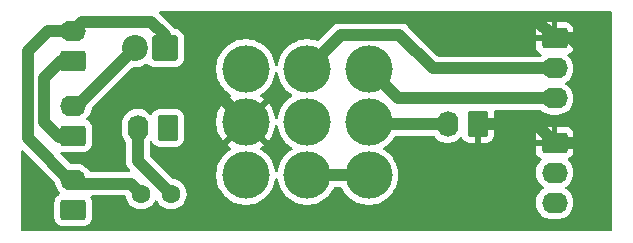
<source format=gbr>
%TF.GenerationSoftware,KiCad,Pcbnew,9.0.0*%
%TF.CreationDate,2025-08-04T16:21:27+01:00*%
%TF.ProjectId,FootSw,466f6f74-5377-42e6-9b69-6361645f7063,V1.3*%
%TF.SameCoordinates,Original*%
%TF.FileFunction,Copper,L2,Bot*%
%TF.FilePolarity,Positive*%
%FSLAX46Y46*%
G04 Gerber Fmt 4.6, Leading zero omitted, Abs format (unit mm)*
G04 Created by KiCad (PCBNEW 9.0.0) date 2025-08-04 16:21:27*
%MOMM*%
%LPD*%
G01*
G04 APERTURE LIST*
G04 Aperture macros list*
%AMRoundRect*
0 Rectangle with rounded corners*
0 $1 Rounding radius*
0 $2 $3 $4 $5 $6 $7 $8 $9 X,Y pos of 4 corners*
0 Add a 4 corners polygon primitive as box body*
4,1,4,$2,$3,$4,$5,$6,$7,$8,$9,$2,$3,0*
0 Add four circle primitives for the rounded corners*
1,1,$1+$1,$2,$3*
1,1,$1+$1,$4,$5*
1,1,$1+$1,$6,$7*
1,1,$1+$1,$8,$9*
0 Add four rect primitives between the rounded corners*
20,1,$1+$1,$2,$3,$4,$5,0*
20,1,$1+$1,$4,$5,$6,$7,0*
20,1,$1+$1,$6,$7,$8,$9,0*
20,1,$1+$1,$8,$9,$2,$3,0*%
G04 Aperture macros list end*
%TA.AperFunction,ComponentPad*%
%ADD10RoundRect,0.250000X0.620000X0.845000X-0.620000X0.845000X-0.620000X-0.845000X0.620000X-0.845000X0*%
%TD*%
%TA.AperFunction,ComponentPad*%
%ADD11O,1.740000X2.190000*%
%TD*%
%TA.AperFunction,ComponentPad*%
%ADD12RoundRect,0.250000X0.845000X-0.620000X0.845000X0.620000X-0.845000X0.620000X-0.845000X-0.620000X0*%
%TD*%
%TA.AperFunction,ComponentPad*%
%ADD13O,2.190000X1.740000*%
%TD*%
%TA.AperFunction,ComponentPad*%
%ADD14RoundRect,0.249999X0.850001X0.850001X-0.850001X0.850001X-0.850001X-0.850001X0.850001X-0.850001X0*%
%TD*%
%TA.AperFunction,ComponentPad*%
%ADD15C,2.200000*%
%TD*%
%TA.AperFunction,ComponentPad*%
%ADD16C,4.000000*%
%TD*%
%TA.AperFunction,ComponentPad*%
%ADD17RoundRect,0.250000X-0.845000X0.620000X-0.845000X-0.620000X0.845000X-0.620000X0.845000X0.620000X0*%
%TD*%
%TA.AperFunction,ComponentPad*%
%ADD18C,1.600000*%
%TD*%
%TA.AperFunction,Conductor*%
%ADD19C,1.000000*%
%TD*%
G04 APERTURE END LIST*
D10*
%TO.P,J5,1,Pin_1*%
%TO.N,Net-(J5-Pin_1)*%
X67500000Y-59500000D03*
D11*
%TO.P,J5,2,Pin_2*%
%TO.N,Net-(J5-Pin_2)*%
X64960000Y-59500000D03*
%TD*%
D12*
%TO.P,J8,1,Pin_1*%
%TO.N,Net-(J8-Pin_1)*%
X59500000Y-66440000D03*
D13*
%TO.P,J8,2,Pin_2*%
%TO.N,Net-(D2-K)*%
X59500000Y-63900000D03*
%TD*%
D14*
%TO.P,D2,1,K*%
%TO.N,Net-(D2-K)*%
X67250000Y-52750000D03*
D15*
%TO.P,D2,2,A*%
%TO.N,Net-(D2-A)*%
X64710000Y-52750000D03*
%TD*%
D16*
%TO.P,SW1,A1,A*%
%TO.N,Net-(J5-Pin_1)*%
X74100000Y-54500000D03*
%TO.P,SW1,A2,B*%
%TO.N,GND*%
X74100000Y-59000000D03*
%TO.P,SW1,A3,C*%
%TO.N,unconnected-(SW1-C-PadA3)*%
X74100000Y-63500000D03*
%TO.P,SW1,B1,A*%
%TO.N,Net-(J7-Pin_2)*%
X79300000Y-54500000D03*
%TO.P,SW1,B2,B*%
%TO.N,Net-(J1-Pin_3)*%
X79300000Y-59000000D03*
%TO.P,SW1,B3,C*%
%TO.N,Net-(SW1-C-PadB3)*%
X79300000Y-63500000D03*
%TO.P,SW1,C1,A*%
%TO.N,Net-(J7-Pin_3)*%
X84500000Y-54500000D03*
%TO.P,SW1,C2,B*%
%TO.N,Net-(J2-Pin_2)*%
X84500000Y-59000000D03*
%TO.P,SW1,C3,C*%
%TO.N,Net-(SW1-C-PadB3)*%
X84500000Y-63500000D03*
%TD*%
D12*
%TO.P,J9,1,Pin_1*%
%TO.N,Net-(J1-Pin_2)*%
X59500000Y-60140000D03*
D13*
%TO.P,J9,2,Pin_2*%
%TO.N,Net-(D2-A)*%
X59500000Y-57600000D03*
%TD*%
D17*
%TO.P,J7,1,Pin_1*%
%TO.N,GND*%
X100250000Y-51920000D03*
D13*
%TO.P,J7,2,Pin_2*%
%TO.N,Net-(J7-Pin_2)*%
X100250000Y-54460000D03*
%TO.P,J7,3,Pin_3*%
%TO.N,Net-(J7-Pin_3)*%
X100250000Y-57000000D03*
%TD*%
D10*
%TO.P,J2,1,Pin_1*%
%TO.N,GND*%
X93750000Y-59170000D03*
D11*
%TO.P,J2,2,Pin_2*%
%TO.N,Net-(J2-Pin_2)*%
X91210000Y-59170000D03*
%TD*%
D12*
%TO.P,J4,1,Pin_1*%
%TO.N,Net-(J1-Pin_2)*%
X59500000Y-53800000D03*
D13*
%TO.P,J4,2,Pin_2*%
%TO.N,Net-(D2-K)*%
X59500000Y-51260000D03*
%TD*%
D18*
%TO.P,R1,1*%
%TO.N,Net-(D2-K)*%
X65255000Y-65100000D03*
%TO.P,R1,2*%
%TO.N,Net-(J5-Pin_2)*%
X67795000Y-65100000D03*
%TD*%
D17*
%TO.P,J1,1,Pin_1*%
%TO.N,GND*%
X100250000Y-60750000D03*
D13*
%TO.P,J1,2,Pin_2*%
%TO.N,Net-(J1-Pin_2)*%
X100250000Y-63290000D03*
%TO.P,J1,3,Pin_3*%
%TO.N,Net-(J1-Pin_3)*%
X100250000Y-65830000D03*
%TD*%
D19*
%TO.N,GND*%
X72300000Y-50200000D02*
X98530000Y-50200000D01*
X74100000Y-59000000D02*
X70700000Y-55600000D01*
X93750000Y-59170000D02*
X98670000Y-59170000D01*
X98530000Y-50200000D02*
X100250000Y-51920000D01*
X102250000Y-60750000D02*
X104499000Y-58501000D01*
X104499000Y-54749000D02*
X101670000Y-51920000D01*
X100250000Y-60750000D02*
X102250000Y-60750000D01*
X101670000Y-51920000D02*
X100250000Y-51920000D01*
X104499000Y-58501000D02*
X104499000Y-54749000D01*
X98670000Y-59170000D02*
X100250000Y-60750000D01*
X70700000Y-55600000D02*
X70700000Y-51800000D01*
X70700000Y-51800000D02*
X72300000Y-50200000D01*
%TO.N,Net-(J5-Pin_2)*%
X64960000Y-59500000D02*
X64960000Y-62265000D01*
X64960000Y-62265000D02*
X67795000Y-65100000D01*
%TO.N,Net-(J7-Pin_2)*%
X87091791Y-51591791D02*
X82208209Y-51591791D01*
X89960000Y-54460000D02*
X87091791Y-51591791D01*
X100250000Y-54460000D02*
X89960000Y-54460000D01*
X82208209Y-51591791D02*
X79300000Y-54500000D01*
%TO.N,Net-(J1-Pin_2)*%
X57000000Y-59000000D02*
X57000000Y-55250000D01*
X58450000Y-53800000D02*
X59500000Y-53800000D01*
X58290000Y-60290000D02*
X57000000Y-59000000D01*
X57000000Y-55250000D02*
X58450000Y-53800000D01*
X59500000Y-60290000D02*
X58290000Y-60290000D01*
%TO.N,Net-(J2-Pin_2)*%
X91210000Y-59170000D02*
X84670000Y-59170000D01*
X84670000Y-59170000D02*
X84500000Y-59000000D01*
%TO.N,Net-(J7-Pin_3)*%
X87000000Y-57000000D02*
X84500000Y-54500000D01*
X100250000Y-57000000D02*
X87000000Y-57000000D01*
%TO.N,Net-(SW1-C-PadB3)*%
X84500000Y-63500000D02*
X79300000Y-63500000D01*
%TO.N,Net-(D2-K)*%
X59500000Y-51260000D02*
X57405000Y-51260000D01*
X60259000Y-50501000D02*
X66100999Y-50501000D01*
X64365000Y-64210000D02*
X65255000Y-65100000D01*
X67250000Y-51650001D02*
X67250000Y-52750000D01*
X59500000Y-64210000D02*
X64365000Y-64210000D01*
X66100999Y-50501000D02*
X67250000Y-51650001D01*
X57405000Y-51260000D02*
X55675000Y-52990000D01*
X55675000Y-60385000D02*
X59500000Y-64210000D01*
X55675000Y-52990000D02*
X55675000Y-60385000D01*
X59500000Y-51260000D02*
X60259000Y-50501000D01*
%TO.N,Net-(D2-A)*%
X59500000Y-57750000D02*
X59710000Y-57750000D01*
X59710000Y-57750000D02*
X64710000Y-52750000D01*
%TD*%
%TA.AperFunction,Conductor*%
%TO.N,GND*%
G36*
X76790932Y-59278569D02*
G01*
X76821888Y-59341206D01*
X76822968Y-59348717D01*
X76830943Y-59419496D01*
X76830945Y-59419512D01*
X76893439Y-59693317D01*
X76893443Y-59693329D01*
X76986200Y-59958411D01*
X77108053Y-60211442D01*
X77108055Y-60211445D01*
X77257477Y-60449248D01*
X77388113Y-60613060D01*
X77429002Y-60664334D01*
X77432584Y-60668825D01*
X77631175Y-60867416D01*
X77850752Y-61042523D01*
X77966636Y-61115338D01*
X78013852Y-61145006D01*
X78060143Y-61197341D01*
X78070791Y-61266394D01*
X78042416Y-61330243D01*
X78013852Y-61354994D01*
X77850753Y-61457476D01*
X77631175Y-61632583D01*
X77432583Y-61831175D01*
X77257476Y-62050753D01*
X77108053Y-62288557D01*
X76986200Y-62541588D01*
X76893443Y-62806670D01*
X76893439Y-62806682D01*
X76830945Y-63080487D01*
X76830943Y-63080503D01*
X76823220Y-63149048D01*
X76796154Y-63213462D01*
X76738559Y-63253017D01*
X76668722Y-63255154D01*
X76608815Y-63219196D01*
X76577860Y-63156558D01*
X76576780Y-63149048D01*
X76572124Y-63107737D01*
X76569055Y-63080491D01*
X76506560Y-62806682D01*
X76413801Y-62541592D01*
X76291945Y-62288555D01*
X76142523Y-62050752D01*
X75967416Y-61831175D01*
X75768825Y-61632584D01*
X75549248Y-61457477D01*
X75385677Y-61354698D01*
X75339386Y-61302363D01*
X75328738Y-61233310D01*
X75357113Y-61169461D01*
X75385678Y-61144710D01*
X75548952Y-61042118D01*
X75682257Y-60935810D01*
X74897513Y-60151067D01*
X75012039Y-60067860D01*
X75167860Y-59912039D01*
X75251067Y-59797514D01*
X76035810Y-60582257D01*
X76142116Y-60448956D01*
X76291507Y-60211200D01*
X76413337Y-59958217D01*
X76506077Y-59693180D01*
X76506078Y-59693178D01*
X76568560Y-59419424D01*
X76568563Y-59419411D01*
X76576528Y-59348718D01*
X76603594Y-59284304D01*
X76661189Y-59244749D01*
X76731026Y-59242611D01*
X76790932Y-59278569D01*
G37*
%TD.AperFunction*%
%TA.AperFunction,Conductor*%
G36*
X76791185Y-54780803D02*
G01*
X76822140Y-54843441D01*
X76823220Y-54850952D01*
X76830942Y-54919494D01*
X76830945Y-54919512D01*
X76893439Y-55193317D01*
X76893443Y-55193329D01*
X76986200Y-55458411D01*
X77108053Y-55711442D01*
X77135691Y-55755427D01*
X77257477Y-55949248D01*
X77432584Y-56168825D01*
X77631175Y-56367416D01*
X77850752Y-56542523D01*
X77981727Y-56624820D01*
X78013852Y-56645006D01*
X78060143Y-56697341D01*
X78070791Y-56766394D01*
X78042416Y-56830243D01*
X78013852Y-56854994D01*
X77850753Y-56957476D01*
X77631175Y-57132583D01*
X77432583Y-57331175D01*
X77257476Y-57550753D01*
X77108053Y-57788557D01*
X76986200Y-58041588D01*
X76893443Y-58306670D01*
X76893439Y-58306682D01*
X76830945Y-58580487D01*
X76830943Y-58580503D01*
X76822968Y-58651282D01*
X76795901Y-58715696D01*
X76738306Y-58755251D01*
X76668469Y-58757388D01*
X76608563Y-58721430D01*
X76577607Y-58658792D01*
X76576528Y-58651281D01*
X76568563Y-58580588D01*
X76568560Y-58580575D01*
X76506078Y-58306821D01*
X76506077Y-58306819D01*
X76413337Y-58041782D01*
X76291507Y-57788799D01*
X76142115Y-57551043D01*
X76035810Y-57417741D01*
X75251066Y-58202485D01*
X75167860Y-58087961D01*
X75012039Y-57932140D01*
X74897513Y-57848932D01*
X75682257Y-57064187D01*
X75548956Y-56957884D01*
X75385677Y-56855289D01*
X75339386Y-56802954D01*
X75328738Y-56733901D01*
X75357113Y-56670052D01*
X75385673Y-56645303D01*
X75549248Y-56542523D01*
X75768825Y-56367416D01*
X75967416Y-56168825D01*
X76142523Y-55949248D01*
X76291945Y-55711445D01*
X76413801Y-55458408D01*
X76506560Y-55193318D01*
X76569055Y-54919509D01*
X76569057Y-54919494D01*
X76576780Y-54850952D01*
X76603846Y-54786538D01*
X76661441Y-54746982D01*
X76731278Y-54744845D01*
X76791185Y-54780803D01*
G37*
%TD.AperFunction*%
%TA.AperFunction,Conductor*%
G36*
X105042539Y-49620185D02*
G01*
X105088294Y-49672989D01*
X105099500Y-49724500D01*
X105099500Y-68125500D01*
X105079815Y-68192539D01*
X105027011Y-68238294D01*
X104975500Y-68249500D01*
X55199500Y-68249500D01*
X55132461Y-68229815D01*
X55086706Y-68177011D01*
X55075500Y-68125500D01*
X55075500Y-61499782D01*
X55095185Y-61432743D01*
X55147989Y-61386988D01*
X55217147Y-61377044D01*
X55280703Y-61406069D01*
X55287181Y-61412101D01*
X57880067Y-64004987D01*
X57913552Y-64066310D01*
X57914859Y-64073270D01*
X57932211Y-64182823D01*
X57938246Y-64220926D01*
X58004908Y-64426089D01*
X58102843Y-64618299D01*
X58229641Y-64792821D01*
X58229643Y-64792823D01*
X58371624Y-64934804D01*
X58405109Y-64996127D01*
X58400125Y-65065819D01*
X58358253Y-65121752D01*
X58336360Y-65134861D01*
X58335677Y-65135179D01*
X58186342Y-65227289D01*
X58062289Y-65351342D01*
X57970187Y-65500663D01*
X57970186Y-65500666D01*
X57915001Y-65667203D01*
X57915001Y-65667204D01*
X57915000Y-65667204D01*
X57904500Y-65769983D01*
X57904500Y-67110001D01*
X57904501Y-67110018D01*
X57915000Y-67212796D01*
X57915001Y-67212799D01*
X57970185Y-67379331D01*
X57970186Y-67379334D01*
X58062288Y-67528656D01*
X58186344Y-67652712D01*
X58335666Y-67744814D01*
X58502203Y-67799999D01*
X58604991Y-67810500D01*
X60395008Y-67810499D01*
X60497797Y-67799999D01*
X60664334Y-67744814D01*
X60813656Y-67652712D01*
X60937712Y-67528656D01*
X61029814Y-67379334D01*
X61084999Y-67212797D01*
X61095500Y-67110009D01*
X61095499Y-65769992D01*
X61084999Y-65667203D01*
X61029814Y-65500666D01*
X60967473Y-65399595D01*
X60949034Y-65332204D01*
X60969957Y-65265541D01*
X61023599Y-65220771D01*
X61073013Y-65210500D01*
X63849885Y-65210500D01*
X63916924Y-65230185D01*
X63962679Y-65282989D01*
X63972358Y-65315102D01*
X63986522Y-65404534D01*
X64049781Y-65599223D01*
X64097026Y-65691945D01*
X64136796Y-65769998D01*
X64142715Y-65781613D01*
X64263028Y-65947213D01*
X64407786Y-66091971D01*
X64562749Y-66204556D01*
X64573390Y-66212287D01*
X64689607Y-66271503D01*
X64755776Y-66305218D01*
X64755778Y-66305218D01*
X64755781Y-66305220D01*
X64860137Y-66339127D01*
X64950465Y-66368477D01*
X65051557Y-66384488D01*
X65152648Y-66400500D01*
X65152649Y-66400500D01*
X65357351Y-66400500D01*
X65357352Y-66400500D01*
X65559534Y-66368477D01*
X65754219Y-66305220D01*
X65936610Y-66212287D01*
X66029590Y-66144732D01*
X66102213Y-66091971D01*
X66102215Y-66091968D01*
X66102219Y-66091966D01*
X66246966Y-65947219D01*
X66246968Y-65947215D01*
X66246971Y-65947213D01*
X66367284Y-65781614D01*
X66367285Y-65781613D01*
X66367287Y-65781610D01*
X66414516Y-65688917D01*
X66462489Y-65638123D01*
X66530310Y-65621328D01*
X66596445Y-65643865D01*
X66635483Y-65688917D01*
X66637027Y-65691946D01*
X66682715Y-65781614D01*
X66803028Y-65947213D01*
X66947786Y-66091971D01*
X67102749Y-66204556D01*
X67113390Y-66212287D01*
X67229607Y-66271503D01*
X67295776Y-66305218D01*
X67295778Y-66305218D01*
X67295781Y-66305220D01*
X67400137Y-66339127D01*
X67490465Y-66368477D01*
X67591557Y-66384488D01*
X67692648Y-66400500D01*
X67692649Y-66400500D01*
X67897351Y-66400500D01*
X67897352Y-66400500D01*
X68099534Y-66368477D01*
X68294219Y-66305220D01*
X68476610Y-66212287D01*
X68569590Y-66144732D01*
X68642213Y-66091971D01*
X68642215Y-66091968D01*
X68642219Y-66091966D01*
X68786966Y-65947219D01*
X68786968Y-65947215D01*
X68786971Y-65947213D01*
X68883899Y-65813801D01*
X68907287Y-65781610D01*
X69000220Y-65599219D01*
X69063477Y-65404534D01*
X69095500Y-65202352D01*
X69095500Y-64997648D01*
X69087218Y-64945359D01*
X69063477Y-64795465D01*
X69019565Y-64660318D01*
X69000220Y-64600781D01*
X69000218Y-64600778D01*
X69000218Y-64600776D01*
X68949124Y-64500500D01*
X68907287Y-64418390D01*
X68899556Y-64407749D01*
X68786971Y-64252786D01*
X68642213Y-64108028D01*
X68476613Y-63987715D01*
X68476612Y-63987714D01*
X68476610Y-63987713D01*
X68294219Y-63894780D01*
X68099534Y-63831523D01*
X68099531Y-63831522D01*
X68099532Y-63831522D01*
X67951484Y-63808073D01*
X67888350Y-63778143D01*
X67883202Y-63773281D01*
X65996819Y-61886898D01*
X65963334Y-61825575D01*
X65960500Y-61799217D01*
X65960500Y-60720375D01*
X65980185Y-60653336D01*
X66032989Y-60607581D01*
X66102147Y-60597637D01*
X66165703Y-60626662D01*
X66190097Y-60658987D01*
X66191395Y-60658187D01*
X66195185Y-60664331D01*
X66195186Y-60664334D01*
X66287288Y-60813656D01*
X66411344Y-60937712D01*
X66560666Y-61029814D01*
X66727203Y-61084999D01*
X66829991Y-61095500D01*
X68170008Y-61095499D01*
X68272797Y-61084999D01*
X68439334Y-61029814D01*
X68588656Y-60937712D01*
X68712712Y-60813656D01*
X68804814Y-60664334D01*
X68859999Y-60497797D01*
X68870500Y-60395009D01*
X68870499Y-58604992D01*
X68867997Y-58580503D01*
X68859999Y-58502203D01*
X68859998Y-58502200D01*
X68856889Y-58492819D01*
X68804814Y-58335666D01*
X68712712Y-58186344D01*
X68588656Y-58062288D01*
X68457312Y-57981275D01*
X68439336Y-57970187D01*
X68439331Y-57970185D01*
X68437862Y-57969698D01*
X68272797Y-57915001D01*
X68272795Y-57915000D01*
X68170010Y-57904500D01*
X66829998Y-57904500D01*
X66829981Y-57904501D01*
X66727203Y-57915000D01*
X66727200Y-57915001D01*
X66560668Y-57970185D01*
X66560663Y-57970187D01*
X66411342Y-58062289D01*
X66287289Y-58186342D01*
X66195179Y-58335677D01*
X66194861Y-58336360D01*
X66194518Y-58336748D01*
X66191395Y-58341813D01*
X66190529Y-58341278D01*
X66148683Y-58388794D01*
X66081487Y-58407939D01*
X66014608Y-58387716D01*
X65994804Y-58371624D01*
X65852823Y-58229643D01*
X65852821Y-58229641D01*
X65678299Y-58102843D01*
X65486089Y-58004908D01*
X65280926Y-57938246D01*
X65280924Y-57938245D01*
X65280922Y-57938245D01*
X65067866Y-57904500D01*
X65067861Y-57904500D01*
X64852139Y-57904500D01*
X64852134Y-57904500D01*
X64639077Y-57938245D01*
X64433908Y-58004909D01*
X64241700Y-58102843D01*
X64142129Y-58175186D01*
X64067179Y-58229641D01*
X64067177Y-58229643D01*
X64067176Y-58229643D01*
X63914643Y-58382176D01*
X63914643Y-58382177D01*
X63914641Y-58382179D01*
X63887954Y-58418911D01*
X63787843Y-58556700D01*
X63689909Y-58748908D01*
X63623245Y-58954077D01*
X63589500Y-59167133D01*
X63589500Y-59832866D01*
X63609385Y-59958411D01*
X63623246Y-60045926D01*
X63682577Y-60228528D01*
X63689909Y-60251091D01*
X63708624Y-60287821D01*
X63787843Y-60443299D01*
X63914641Y-60617821D01*
X63914643Y-60617823D01*
X63923181Y-60626361D01*
X63956666Y-60687684D01*
X63959500Y-60714042D01*
X63959500Y-62363544D01*
X63997947Y-62556833D01*
X63997949Y-62556837D01*
X64000604Y-62563246D01*
X64020038Y-62610165D01*
X64038892Y-62655683D01*
X64073366Y-62738911D01*
X64073371Y-62738920D01*
X64182859Y-62902780D01*
X64182860Y-62902781D01*
X64182861Y-62902782D01*
X64277899Y-62997820D01*
X64311383Y-63059141D01*
X64306399Y-63128833D01*
X64264528Y-63184767D01*
X64199064Y-63209184D01*
X64190217Y-63209500D01*
X60980535Y-63209500D01*
X60913496Y-63189815D01*
X60880218Y-63158387D01*
X60770359Y-63007179D01*
X60617821Y-62854641D01*
X60443299Y-62727843D01*
X60251089Y-62629908D01*
X60045926Y-62563246D01*
X60045924Y-62563245D01*
X60045922Y-62563245D01*
X59832866Y-62529500D01*
X59832861Y-62529500D01*
X59285782Y-62529500D01*
X59218743Y-62509815D01*
X59198101Y-62493181D01*
X58417555Y-61712635D01*
X58384070Y-61651312D01*
X58389054Y-61581620D01*
X58430926Y-61525687D01*
X58496390Y-61501270D01*
X58517834Y-61501595D01*
X58604991Y-61510500D01*
X60395008Y-61510499D01*
X60497797Y-61499999D01*
X60664334Y-61444814D01*
X60813656Y-61352712D01*
X60937712Y-61228656D01*
X61029814Y-61079334D01*
X61084999Y-60912797D01*
X61095500Y-60810009D01*
X61095499Y-59469992D01*
X61084999Y-59367203D01*
X61029814Y-59200666D01*
X60937712Y-59051344D01*
X60813656Y-58927288D01*
X60664334Y-58835186D01*
X60664326Y-58835181D01*
X60663645Y-58834864D01*
X60663256Y-58834521D01*
X60658187Y-58831395D01*
X60658721Y-58830528D01*
X60611208Y-58788688D01*
X60592060Y-58721494D01*
X60612280Y-58654614D01*
X60628366Y-58634813D01*
X60770359Y-58492821D01*
X60897157Y-58318299D01*
X60995092Y-58126089D01*
X61061754Y-57920926D01*
X61075730Y-57832677D01*
X61105658Y-57769545D01*
X61110504Y-57764414D01*
X64488349Y-54386569D01*
X64537799Y-54359568D01*
X71599500Y-54359568D01*
X71599500Y-54640431D01*
X71630942Y-54919494D01*
X71630945Y-54919512D01*
X71693439Y-55193317D01*
X71693443Y-55193329D01*
X71786200Y-55458411D01*
X71908053Y-55711442D01*
X71935691Y-55755427D01*
X72057477Y-55949248D01*
X72232584Y-56168825D01*
X72431175Y-56367416D01*
X72650752Y-56542523D01*
X72814322Y-56645301D01*
X72860613Y-56697636D01*
X72871261Y-56766689D01*
X72842886Y-56830538D01*
X72814322Y-56855289D01*
X72651043Y-56957884D01*
X72517741Y-57064187D01*
X73302486Y-57848932D01*
X73187961Y-57932140D01*
X73032140Y-58087961D01*
X72948932Y-58202486D01*
X72164187Y-57417741D01*
X72057884Y-57551043D01*
X71908492Y-57788799D01*
X71786662Y-58041782D01*
X71693922Y-58306819D01*
X71693921Y-58306821D01*
X71631439Y-58580575D01*
X71631437Y-58580587D01*
X71600000Y-58859598D01*
X71600000Y-59140401D01*
X71631437Y-59419412D01*
X71631439Y-59419424D01*
X71693921Y-59693178D01*
X71693922Y-59693180D01*
X71786662Y-59958217D01*
X71908492Y-60211200D01*
X72057884Y-60448956D01*
X72164187Y-60582257D01*
X72948932Y-59797512D01*
X73032140Y-59912039D01*
X73187961Y-60067860D01*
X73302485Y-60151066D01*
X72517741Y-60935810D01*
X72517741Y-60935811D01*
X72651043Y-61042115D01*
X72814322Y-61144710D01*
X72860613Y-61197044D01*
X72871262Y-61266098D01*
X72842887Y-61329946D01*
X72814322Y-61354697D01*
X72650761Y-61457469D01*
X72650756Y-61457473D01*
X72431175Y-61632583D01*
X72232583Y-61831175D01*
X72057476Y-62050753D01*
X71908053Y-62288557D01*
X71786200Y-62541588D01*
X71693443Y-62806670D01*
X71693439Y-62806682D01*
X71630945Y-63080487D01*
X71630942Y-63080505D01*
X71599500Y-63359568D01*
X71599500Y-63640431D01*
X71630942Y-63919494D01*
X71630945Y-63919512D01*
X71693439Y-64193317D01*
X71693443Y-64193329D01*
X71786200Y-64458411D01*
X71908053Y-64711442D01*
X71908055Y-64711445D01*
X72057477Y-64949248D01*
X72232584Y-65168825D01*
X72431175Y-65367416D01*
X72650752Y-65542523D01*
X72888555Y-65691945D01*
X73141592Y-65813801D01*
X73340680Y-65883465D01*
X73406670Y-65906556D01*
X73406682Y-65906560D01*
X73680491Y-65969055D01*
X73680497Y-65969055D01*
X73680505Y-65969057D01*
X73866547Y-65990018D01*
X73959569Y-66000499D01*
X73959572Y-66000500D01*
X73959575Y-66000500D01*
X74240428Y-66000500D01*
X74240429Y-66000499D01*
X74383055Y-65984429D01*
X74519494Y-65969057D01*
X74519499Y-65969056D01*
X74519509Y-65969055D01*
X74793318Y-65906560D01*
X75058408Y-65813801D01*
X75311445Y-65691945D01*
X75549248Y-65542523D01*
X75768825Y-65367416D01*
X75967416Y-65168825D01*
X76142523Y-64949248D01*
X76291945Y-64711445D01*
X76413801Y-64458408D01*
X76506560Y-64193318D01*
X76569055Y-63919509D01*
X76569057Y-63919494D01*
X76576780Y-63850952D01*
X76603846Y-63786538D01*
X76661441Y-63746982D01*
X76731278Y-63744845D01*
X76791185Y-63780803D01*
X76822140Y-63843441D01*
X76823220Y-63850952D01*
X76830942Y-63919494D01*
X76830945Y-63919512D01*
X76893439Y-64193317D01*
X76893443Y-64193329D01*
X76986200Y-64458411D01*
X77108053Y-64711442D01*
X77108055Y-64711445D01*
X77257477Y-64949248D01*
X77432584Y-65168825D01*
X77631175Y-65367416D01*
X77850752Y-65542523D01*
X78088555Y-65691945D01*
X78341592Y-65813801D01*
X78540680Y-65883465D01*
X78606670Y-65906556D01*
X78606682Y-65906560D01*
X78880491Y-65969055D01*
X78880497Y-65969055D01*
X78880505Y-65969057D01*
X79066547Y-65990018D01*
X79159569Y-66000499D01*
X79159572Y-66000500D01*
X79159575Y-66000500D01*
X79440428Y-66000500D01*
X79440429Y-66000499D01*
X79583055Y-65984429D01*
X79719494Y-65969057D01*
X79719499Y-65969056D01*
X79719509Y-65969055D01*
X79993318Y-65906560D01*
X80258408Y-65813801D01*
X80511445Y-65691945D01*
X80749248Y-65542523D01*
X80968825Y-65367416D01*
X81167416Y-65168825D01*
X81342523Y-64949248D01*
X81491945Y-64711445D01*
X81516567Y-64660318D01*
X81559725Y-64570699D01*
X81606547Y-64518839D01*
X81671445Y-64500500D01*
X82128555Y-64500500D01*
X82195594Y-64520185D01*
X82240275Y-64570699D01*
X82308051Y-64711439D01*
X82308055Y-64711445D01*
X82457477Y-64949248D01*
X82632584Y-65168825D01*
X82831175Y-65367416D01*
X83050752Y-65542523D01*
X83288555Y-65691945D01*
X83541592Y-65813801D01*
X83740680Y-65883465D01*
X83806670Y-65906556D01*
X83806682Y-65906560D01*
X84080491Y-65969055D01*
X84080497Y-65969055D01*
X84080505Y-65969057D01*
X84266547Y-65990018D01*
X84359569Y-66000499D01*
X84359572Y-66000500D01*
X84359575Y-66000500D01*
X84640428Y-66000500D01*
X84640429Y-66000499D01*
X84783055Y-65984429D01*
X84919494Y-65969057D01*
X84919499Y-65969056D01*
X84919509Y-65969055D01*
X85193318Y-65906560D01*
X85458408Y-65813801D01*
X85711445Y-65691945D01*
X85949248Y-65542523D01*
X86168825Y-65367416D01*
X86367416Y-65168825D01*
X86542523Y-64949248D01*
X86691945Y-64711445D01*
X86813801Y-64458408D01*
X86906560Y-64193318D01*
X86969055Y-63919509D01*
X86971842Y-63894780D01*
X87000499Y-63640431D01*
X87000500Y-63640427D01*
X87000500Y-63359572D01*
X87000499Y-63359568D01*
X86981524Y-63191150D01*
X86980508Y-63182133D01*
X98654500Y-63182133D01*
X98654500Y-63397866D01*
X98688245Y-63610922D01*
X98688246Y-63610926D01*
X98754908Y-63816089D01*
X98852843Y-64008299D01*
X98979641Y-64182821D01*
X99132179Y-64335359D01*
X99246456Y-64418386D01*
X99303294Y-64459682D01*
X99345959Y-64515012D01*
X99351938Y-64584626D01*
X99319332Y-64646421D01*
X99303294Y-64660318D01*
X99132179Y-64784641D01*
X99132177Y-64784643D01*
X99132176Y-64784643D01*
X98979643Y-64937176D01*
X98979643Y-64937177D01*
X98979641Y-64937179D01*
X98936813Y-64996127D01*
X98852843Y-65111700D01*
X98754909Y-65303908D01*
X98688245Y-65509077D01*
X98654500Y-65722133D01*
X98654500Y-65937866D01*
X98678908Y-66091971D01*
X98688246Y-66150926D01*
X98754908Y-66356089D01*
X98852843Y-66548299D01*
X98979641Y-66722821D01*
X99132179Y-66875359D01*
X99306701Y-67002157D01*
X99498911Y-67100092D01*
X99704074Y-67166754D01*
X99783973Y-67179408D01*
X99917134Y-67200500D01*
X99917139Y-67200500D01*
X100582866Y-67200500D01*
X100701230Y-67181752D01*
X100795926Y-67166754D01*
X101001089Y-67100092D01*
X101193299Y-67002157D01*
X101367821Y-66875359D01*
X101520359Y-66722821D01*
X101647157Y-66548299D01*
X101745092Y-66356089D01*
X101811754Y-66150926D01*
X101835579Y-66000500D01*
X101845500Y-65937866D01*
X101845500Y-65722133D01*
X101811754Y-65509077D01*
X101811754Y-65509074D01*
X101745092Y-65303911D01*
X101647157Y-65111701D01*
X101520359Y-64937179D01*
X101367821Y-64784641D01*
X101196704Y-64660317D01*
X101154040Y-64604988D01*
X101148061Y-64535374D01*
X101180667Y-64473580D01*
X101196702Y-64459684D01*
X101367821Y-64335359D01*
X101520359Y-64182821D01*
X101647157Y-64008299D01*
X101745092Y-63816089D01*
X101811754Y-63610926D01*
X101826752Y-63516230D01*
X101845500Y-63397866D01*
X101845500Y-63182133D01*
X101817789Y-63007176D01*
X101811754Y-62969074D01*
X101745092Y-62763911D01*
X101647157Y-62571701D01*
X101520359Y-62397179D01*
X101377996Y-62254816D01*
X101344511Y-62193493D01*
X101349495Y-62123801D01*
X101391367Y-62067868D01*
X101413289Y-62054745D01*
X101414127Y-62054354D01*
X101563345Y-61962315D01*
X101687315Y-61838345D01*
X101779356Y-61689124D01*
X101779358Y-61689119D01*
X101834505Y-61522697D01*
X101834506Y-61522690D01*
X101844999Y-61419986D01*
X101845000Y-61419973D01*
X101845000Y-61000000D01*
X100792709Y-61000000D01*
X100804452Y-60979661D01*
X100845000Y-60828333D01*
X100845000Y-60671667D01*
X100804452Y-60520339D01*
X100792709Y-60500000D01*
X101844999Y-60500000D01*
X101844999Y-60080028D01*
X101844998Y-60080013D01*
X101834505Y-59977302D01*
X101779358Y-59810880D01*
X101779356Y-59810875D01*
X101687315Y-59661654D01*
X101563345Y-59537684D01*
X101414124Y-59445643D01*
X101414119Y-59445641D01*
X101247697Y-59390494D01*
X101247690Y-59390493D01*
X101144986Y-59380000D01*
X100500000Y-59380000D01*
X100500000Y-60207290D01*
X100479661Y-60195548D01*
X100328333Y-60155000D01*
X100171667Y-60155000D01*
X100020339Y-60195548D01*
X100000000Y-60207290D01*
X100000000Y-59380000D01*
X99355028Y-59380000D01*
X99355012Y-59380001D01*
X99252302Y-59390494D01*
X99085880Y-59445641D01*
X99085875Y-59445643D01*
X98936654Y-59537684D01*
X98812684Y-59661654D01*
X98720643Y-59810875D01*
X98720641Y-59810880D01*
X98665494Y-59977302D01*
X98665493Y-59977309D01*
X98655000Y-60080013D01*
X98655000Y-60500000D01*
X99707291Y-60500000D01*
X99695548Y-60520339D01*
X99655000Y-60671667D01*
X99655000Y-60828333D01*
X99695548Y-60979661D01*
X99707291Y-61000000D01*
X98655001Y-61000000D01*
X98655001Y-61419986D01*
X98665494Y-61522697D01*
X98720641Y-61689119D01*
X98720643Y-61689124D01*
X98812684Y-61838345D01*
X98936654Y-61962315D01*
X99085876Y-62054356D01*
X99086716Y-62054748D01*
X99087195Y-62055170D01*
X99092025Y-62058149D01*
X99091516Y-62058973D01*
X99139160Y-62100915D01*
X99158318Y-62168107D01*
X99138109Y-62234990D01*
X99122004Y-62254816D01*
X98979640Y-62397180D01*
X98852843Y-62571700D01*
X98754909Y-62763908D01*
X98688245Y-62969077D01*
X98654500Y-63182133D01*
X86980508Y-63182133D01*
X86972832Y-63114016D01*
X86969055Y-63080491D01*
X86906560Y-62806682D01*
X86813801Y-62541592D01*
X86691945Y-62288555D01*
X86542523Y-62050752D01*
X86367416Y-61831175D01*
X86168825Y-61632584D01*
X85949248Y-61457477D01*
X85786146Y-61354992D01*
X85739856Y-61302659D01*
X85729208Y-61233606D01*
X85757583Y-61169757D01*
X85786145Y-61145007D01*
X85949248Y-61042523D01*
X86168825Y-60867416D01*
X86367416Y-60668825D01*
X86542523Y-60449248D01*
X86681211Y-60228527D01*
X86733546Y-60182237D01*
X86786205Y-60170500D01*
X90016221Y-60170500D01*
X90083260Y-60190185D01*
X90116537Y-60221612D01*
X90164641Y-60287821D01*
X90317179Y-60440359D01*
X90491701Y-60567157D01*
X90683911Y-60665092D01*
X90889074Y-60731754D01*
X90968973Y-60744408D01*
X91102134Y-60765500D01*
X91102139Y-60765500D01*
X91317866Y-60765500D01*
X91436230Y-60746752D01*
X91530926Y-60731754D01*
X91736089Y-60665092D01*
X91928299Y-60567157D01*
X92102821Y-60440359D01*
X92245186Y-60297993D01*
X92306505Y-60264511D01*
X92376197Y-60269495D01*
X92432131Y-60311366D01*
X92445248Y-60333277D01*
X92445640Y-60334118D01*
X92537684Y-60483345D01*
X92661654Y-60607315D01*
X92810875Y-60699356D01*
X92810880Y-60699358D01*
X92977302Y-60754505D01*
X92977309Y-60754506D01*
X93080019Y-60764999D01*
X93499999Y-60764999D01*
X93500000Y-60764998D01*
X93500000Y-59712709D01*
X93520339Y-59724452D01*
X93671667Y-59765000D01*
X93828333Y-59765000D01*
X93979661Y-59724452D01*
X94000000Y-59712709D01*
X94000000Y-60764999D01*
X94419972Y-60764999D01*
X94419986Y-60764998D01*
X94522697Y-60754505D01*
X94689119Y-60699358D01*
X94689124Y-60699356D01*
X94838345Y-60607315D01*
X94962315Y-60483345D01*
X95054356Y-60334124D01*
X95054358Y-60334119D01*
X95109505Y-60167697D01*
X95109506Y-60167689D01*
X95119999Y-60064979D01*
X95120000Y-60064973D01*
X95120000Y-59420000D01*
X94292709Y-59420000D01*
X94304452Y-59399661D01*
X94345000Y-59248333D01*
X94345000Y-59091667D01*
X94304452Y-58940339D01*
X94292709Y-58920000D01*
X95119999Y-58920000D01*
X95119999Y-58275028D01*
X95119998Y-58275013D01*
X95109505Y-58172301D01*
X95106591Y-58163506D01*
X95104188Y-58093677D01*
X95139919Y-58033635D01*
X95202438Y-58002442D01*
X95224296Y-58000500D01*
X99035958Y-58000500D01*
X99102997Y-58020185D01*
X99123639Y-58036819D01*
X99132179Y-58045359D01*
X99306701Y-58172157D01*
X99498911Y-58270092D01*
X99704074Y-58336754D01*
X99783973Y-58349408D01*
X99917134Y-58370500D01*
X99917139Y-58370500D01*
X100582866Y-58370500D01*
X100701230Y-58351752D01*
X100795926Y-58336754D01*
X101001089Y-58270092D01*
X101193299Y-58172157D01*
X101367821Y-58045359D01*
X101520359Y-57892821D01*
X101647157Y-57718299D01*
X101745092Y-57526089D01*
X101811754Y-57320926D01*
X101826752Y-57226230D01*
X101845500Y-57107866D01*
X101845500Y-56892133D01*
X101814647Y-56697341D01*
X101811754Y-56679074D01*
X101745092Y-56473911D01*
X101647157Y-56281701D01*
X101520359Y-56107179D01*
X101367821Y-55954641D01*
X101196704Y-55830317D01*
X101154040Y-55774988D01*
X101148061Y-55705374D01*
X101180667Y-55643580D01*
X101196702Y-55629684D01*
X101367821Y-55505359D01*
X101520359Y-55352821D01*
X101647157Y-55178299D01*
X101745092Y-54986089D01*
X101811754Y-54780926D01*
X101834007Y-54640425D01*
X101845500Y-54567866D01*
X101845500Y-54352133D01*
X101820249Y-54192710D01*
X101811754Y-54139074D01*
X101745092Y-53933911D01*
X101647157Y-53741701D01*
X101520359Y-53567179D01*
X101377996Y-53424816D01*
X101344511Y-53363493D01*
X101349495Y-53293801D01*
X101391367Y-53237868D01*
X101413289Y-53224745D01*
X101414127Y-53224354D01*
X101563345Y-53132315D01*
X101687315Y-53008345D01*
X101779356Y-52859124D01*
X101779358Y-52859119D01*
X101834505Y-52692697D01*
X101834506Y-52692690D01*
X101844999Y-52589986D01*
X101845000Y-52589973D01*
X101845000Y-52170000D01*
X100792709Y-52170000D01*
X100804452Y-52149661D01*
X100845000Y-51998333D01*
X100845000Y-51841667D01*
X100804452Y-51690339D01*
X100792709Y-51670000D01*
X101844999Y-51670000D01*
X101844999Y-51250028D01*
X101844998Y-51250013D01*
X101834505Y-51147302D01*
X101779358Y-50980880D01*
X101779356Y-50980875D01*
X101687315Y-50831654D01*
X101563345Y-50707684D01*
X101414124Y-50615643D01*
X101414119Y-50615641D01*
X101247697Y-50560494D01*
X101247690Y-50560493D01*
X101144986Y-50550000D01*
X100500000Y-50550000D01*
X100500000Y-51377290D01*
X100479661Y-51365548D01*
X100328333Y-51325000D01*
X100171667Y-51325000D01*
X100020339Y-51365548D01*
X100000000Y-51377290D01*
X100000000Y-50550000D01*
X99355028Y-50550000D01*
X99355012Y-50550001D01*
X99252302Y-50560494D01*
X99085880Y-50615641D01*
X99085875Y-50615643D01*
X98936654Y-50707684D01*
X98812684Y-50831654D01*
X98720643Y-50980875D01*
X98720641Y-50980880D01*
X98665494Y-51147302D01*
X98665493Y-51147309D01*
X98655000Y-51250013D01*
X98655000Y-51670000D01*
X99707291Y-51670000D01*
X99695548Y-51690339D01*
X99655000Y-51841667D01*
X99655000Y-51998333D01*
X99695548Y-52149661D01*
X99707291Y-52170000D01*
X98655001Y-52170000D01*
X98655001Y-52589986D01*
X98665494Y-52692697D01*
X98720641Y-52859119D01*
X98720643Y-52859124D01*
X98812684Y-53008345D01*
X98936654Y-53132315D01*
X99092025Y-53228149D01*
X99090936Y-53229913D01*
X99135657Y-53269289D01*
X99154810Y-53336482D01*
X99134595Y-53403363D01*
X99081431Y-53448699D01*
X99030814Y-53459500D01*
X90425782Y-53459500D01*
X90358743Y-53439815D01*
X90338101Y-53423181D01*
X87873270Y-50958350D01*
X87873250Y-50958328D01*
X87729576Y-50814654D01*
X87729572Y-50814651D01*
X87565711Y-50705162D01*
X87565698Y-50705155D01*
X87439489Y-50652878D01*
X87439483Y-50652876D01*
X87431334Y-50649501D01*
X87383627Y-50629740D01*
X87231807Y-50599541D01*
X87228518Y-50598886D01*
X87228515Y-50598886D01*
X87190333Y-50591291D01*
X87190332Y-50591291D01*
X82312884Y-50591291D01*
X82312864Y-50591290D01*
X82306750Y-50591290D01*
X82109669Y-50591290D01*
X82109666Y-50591290D01*
X81916381Y-50629737D01*
X81916373Y-50629739D01*
X81734297Y-50705157D01*
X81734288Y-50705162D01*
X81570428Y-50814650D01*
X81570424Y-50814653D01*
X80269404Y-52115673D01*
X80208081Y-52149158D01*
X80140769Y-52145034D01*
X79993319Y-52093440D01*
X79993317Y-52093439D01*
X79719512Y-52030945D01*
X79719494Y-52030942D01*
X79440431Y-51999500D01*
X79440425Y-51999500D01*
X79159575Y-51999500D01*
X79159568Y-51999500D01*
X78880505Y-52030942D01*
X78880487Y-52030945D01*
X78606682Y-52093439D01*
X78606670Y-52093443D01*
X78341588Y-52186200D01*
X78088557Y-52308053D01*
X77850753Y-52457476D01*
X77631175Y-52632583D01*
X77432583Y-52831175D01*
X77257476Y-53050753D01*
X77108053Y-53288557D01*
X76986200Y-53541588D01*
X76893443Y-53806670D01*
X76893439Y-53806682D01*
X76830945Y-54080487D01*
X76830943Y-54080503D01*
X76823220Y-54149048D01*
X76796154Y-54213462D01*
X76738559Y-54253017D01*
X76668722Y-54255154D01*
X76608815Y-54219196D01*
X76577860Y-54156558D01*
X76576780Y-54149048D01*
X76572124Y-54107737D01*
X76569055Y-54080491D01*
X76506560Y-53806682D01*
X76487704Y-53752796D01*
X76454965Y-53659232D01*
X76413801Y-53541592D01*
X76291945Y-53288555D01*
X76142523Y-53050752D01*
X75967416Y-52831175D01*
X75768825Y-52632584D01*
X75762832Y-52627805D01*
X75621379Y-52515000D01*
X75549248Y-52457477D01*
X75311445Y-52308055D01*
X75311442Y-52308053D01*
X75058411Y-52186200D01*
X74793329Y-52093443D01*
X74793317Y-52093439D01*
X74519512Y-52030945D01*
X74519494Y-52030942D01*
X74240431Y-51999500D01*
X74240425Y-51999500D01*
X73959575Y-51999500D01*
X73959568Y-51999500D01*
X73680505Y-52030942D01*
X73680487Y-52030945D01*
X73406682Y-52093439D01*
X73406670Y-52093443D01*
X73141588Y-52186200D01*
X72888557Y-52308053D01*
X72650753Y-52457476D01*
X72431175Y-52632583D01*
X72232583Y-52831175D01*
X72057476Y-53050753D01*
X71908053Y-53288557D01*
X71786200Y-53541588D01*
X71693443Y-53806670D01*
X71693439Y-53806682D01*
X71630945Y-54080487D01*
X71630942Y-54080505D01*
X71599500Y-54359568D01*
X64537799Y-54359568D01*
X64549670Y-54353086D01*
X64579166Y-54351086D01*
X64579166Y-54350500D01*
X64835961Y-54350500D01*
X64835962Y-54350500D01*
X65084785Y-54311090D01*
X65324379Y-54233241D01*
X65548845Y-54118870D01*
X65641936Y-54051234D01*
X65707742Y-54027754D01*
X65775796Y-54043579D01*
X65802503Y-54063871D01*
X65807288Y-54068656D01*
X65931344Y-54192712D01*
X66080665Y-54284814D01*
X66247202Y-54339999D01*
X66349990Y-54350500D01*
X66349995Y-54350500D01*
X68150005Y-54350500D01*
X68150010Y-54350500D01*
X68252798Y-54339999D01*
X68419335Y-54284814D01*
X68568656Y-54192712D01*
X68692712Y-54068656D01*
X68784814Y-53919335D01*
X68839999Y-53752798D01*
X68850500Y-53650010D01*
X68850500Y-51849990D01*
X68839999Y-51747202D01*
X68784814Y-51580665D01*
X68692712Y-51431344D01*
X68568656Y-51307288D01*
X68419335Y-51215186D01*
X68252798Y-51160001D01*
X68252795Y-51160000D01*
X68174654Y-51152017D01*
X68109962Y-51125620D01*
X68084155Y-51097551D01*
X68027139Y-51012219D01*
X68027137Y-51012216D01*
X67884686Y-50869765D01*
X67884655Y-50869736D01*
X66882478Y-49867559D01*
X66878140Y-49863221D01*
X66878138Y-49863218D01*
X66827100Y-49812180D01*
X66793616Y-49750856D01*
X66796465Y-49711026D01*
X66798601Y-49681166D01*
X66840473Y-49625233D01*
X66840473Y-49625232D01*
X66840474Y-49625232D01*
X66876740Y-49611706D01*
X66905937Y-49600816D01*
X66914783Y-49600500D01*
X104975500Y-49600500D01*
X105042539Y-49620185D01*
G37*
%TD.AperFunction*%
%TD*%
M02*

</source>
